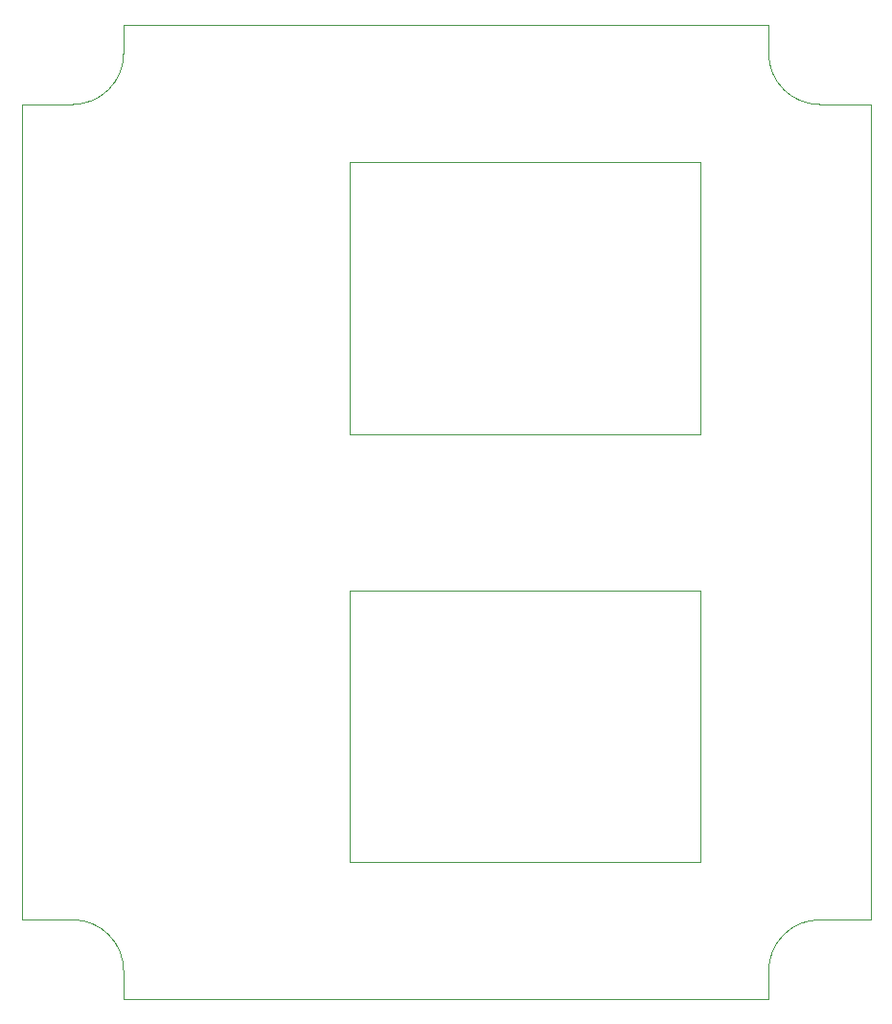
<source format=gbr>
%TF.GenerationSoftware,KiCad,Pcbnew,(6.0.1-0)*%
%TF.CreationDate,2024-02-14T13:59:27+01:00*%
%TF.ProjectId,dcload-power-board,64636c6f-6164-42d7-906f-7765722d626f,rev?*%
%TF.SameCoordinates,Original*%
%TF.FileFunction,Profile,NP*%
%FSLAX46Y46*%
G04 Gerber Fmt 4.6, Leading zero omitted, Abs format (unit mm)*
G04 Created by KiCad (PCBNEW (6.0.1-0)) date 2024-02-14 13:59:27*
%MOMM*%
%LPD*%
G01*
G04 APERTURE LIST*
%TA.AperFunction,Profile*%
%ADD10C,0.100000*%
%TD*%
G04 APERTURE END LIST*
D10*
X160000000Y-125900000D02*
X129000000Y-125900000D01*
X160000000Y-64100000D02*
X129000000Y-64100000D01*
X170500000Y-131000000D02*
G75*
G03*
X166000000Y-135500000I-2J-4499998D01*
G01*
X100000000Y-59000000D02*
X104500000Y-59000000D01*
X100000000Y-131000000D02*
X100000000Y-59000000D01*
X166000000Y-138000000D02*
X166000000Y-135500000D01*
X175000000Y-131000000D02*
X170500000Y-131000000D01*
X175000000Y-59000000D02*
X170500000Y-59000000D01*
X166000000Y-138000000D02*
X109000000Y-138000000D01*
X100000000Y-131000000D02*
X104500000Y-131000000D01*
X166000000Y-52000000D02*
X166000000Y-54500000D01*
X160000000Y-101900000D02*
X160000000Y-125900000D01*
X160000000Y-88100000D02*
X160000000Y-64100000D01*
X109000000Y-52000000D02*
X109000000Y-54500000D01*
X109000000Y-138000000D02*
X109000000Y-135500000D01*
X109000000Y-135500000D02*
G75*
G03*
X104500000Y-131000000I-4499998J2D01*
G01*
X104500000Y-59000000D02*
G75*
G03*
X109000000Y-54500000I2J4499998D01*
G01*
X129000000Y-64100000D02*
X129000000Y-88100000D01*
X109000000Y-52000000D02*
X166000000Y-52000000D01*
X175000000Y-59000000D02*
X175000000Y-131000000D01*
X129000000Y-125900000D02*
X129000000Y-101900000D01*
X129000000Y-101900000D02*
X160000000Y-101900000D01*
X166000000Y-54500000D02*
G75*
G03*
X170500000Y-59000000I4499998J-2D01*
G01*
X129000000Y-88100000D02*
X160000000Y-88100000D01*
M02*

</source>
